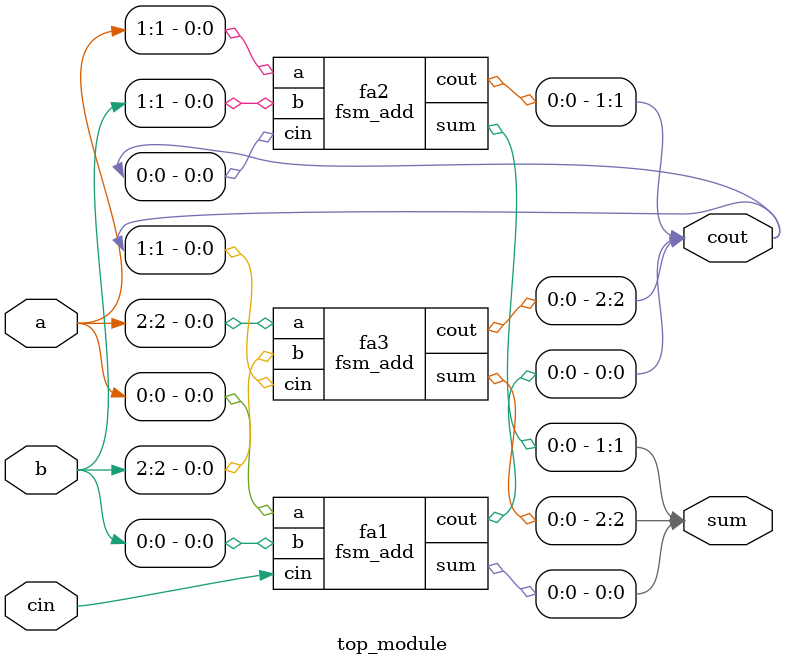
<source format=v>

/*
Now that you know how to build a full adder, make 3 instances of it 
to create a 3-bit binary ripple-carry adder. The adder adds two 3-bit 
numbers and a carry-in to produce a 3-bit sum and carry out. To encourage 
you to actually instantiate full adders, also output the carry-out from 
each full adder in the ripple-carry adder. cout[2] is the final carry-out 
from the last full adder, and is the carry-out you usually see.

*/
module fsm_add
(
    input wire a, b, cin,
    output reg cout, sum  
    

); 
    // using continous assignment  
   assign {cout, sum} = a + b + cin; 

endmodule 

module top_module 
(
    input wire [2:0] a, b , 
    input wire cin,
    output wire[2:0] cout, sum
); 

    // {cout[0], sum[0]} = a + b + cin;
    // {cout[1], sum[1]} = a + b + cout[0];
    // {cout[2], sum[2]} = a + b + cout[1];

    // Cannot assign when initaiating a module 
    fsm_add fa1 (.a(a[0]), .b(b[0]), .cin(cin), .cout(cout[0]), .sum(sum[0]));
    fsm_add fa2 (.a(a[1]), .b(b[1]), .cin(cout[0]), .cout(cout[1]), .sum(sum[1]));
    fsm_add fa3 (.a(a[2]), .b(b[2]), .cin(cout[1]), .cout(cout[2]), .sum(sum[2]));




endmodule 
</source>
